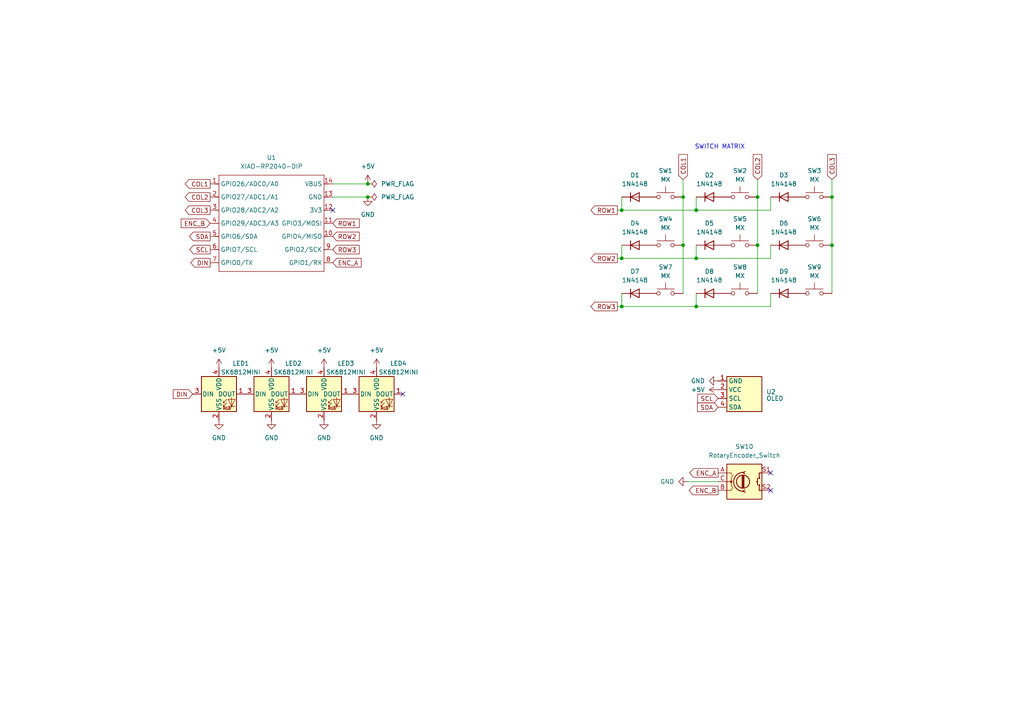
<source format=kicad_sch>
(kicad_sch (version 20250114) (generator "eeschema") (generator_version "9.0")
  (paper "A4")
  (title_block (title "Froskeys") (date "2025-06-22") (rev "1") (company "Frosetrain"))
  (lib_symbols
    (symbol "Device:RotaryEncoder_Switch" (pin_names (offset 0.254) (hide yes))
      (property "Reference" "SW" (at 0 6.604 0))
      (property "Value" "RotaryEncoder_Switch" (at 0 -6.604 0))
      (symbol "RotaryEncoder_Switch_0_1"
        (rectangle (start -5.08 5.08) (end 5.08 -5.08) (stroke (width 0.254)) (fill (type background)))
        (polyline (pts (xy -5.08 2.54) (xy -3.81 2.54) (xy -3.81 2.032)))
        (polyline (pts (xy -5.08 0) (xy -3.81 0) (xy -3.81 -1.016) (xy -3.302 -2.032)))
        (polyline (pts (xy -5.08 -2.54) (xy -3.81 -2.54) (xy -3.81 -2.032)))
        (polyline (pts (xy -4.318 0) (xy -3.81 0) (xy -3.81 1.016) (xy -3.302 2.032)))
        (circle (center -3.81 0) (radius 0.254) (fill (type outline)))
        (polyline (pts (xy -0.635 -1.778) (xy -0.635 1.778)) (stroke (width 0.254)))
        (circle (center -0.381 0) (radius 1.905) (stroke (width 0.254)))
        (polyline (pts (xy -0.381 -1.778) (xy -0.381 1.778)) (stroke (width 0.254)))
        (arc (start -0.381 -2.794) (mid -3.0988 -0.0635) (end -0.381 2.667) (stroke (width 0.254)))
        (polyline (pts (xy -0.127 1.778) (xy -0.127 -1.778)) (stroke (width 0.254)))
        (polyline (pts (xy 0.254 2.921) (xy -0.508 2.667) (xy 0.127 2.286)) (stroke (width 0.254)))
        (polyline (pts (xy 0.254 -3.048) (xy -0.508 -2.794) (xy 0.127 -2.413)) (stroke (width 0.254)))
        (polyline (pts (xy 3.81 1.016) (xy 3.81 -1.016)) (stroke (width 0.254)))
        (polyline (pts (xy 3.81 0) (xy 3.429 0)) (stroke (width 0.254)))
        (circle (center 4.318 1.016) (radius 0.127) (stroke (width 0.254)))
        (circle (center 4.318 -1.016) (radius 0.127) (stroke (width 0.254)))
        (polyline (pts (xy 5.08 2.54) (xy 4.318 2.54) (xy 4.318 1.016)) (stroke (width 0.254)))
        (polyline (pts (xy 5.08 -2.54) (xy 4.318 -2.54) (xy 4.318 -1.016)) (stroke (width 0.254)))
      )
      (symbol "RotaryEncoder_Switch_1_1"
        (pin passive line (at -7.62 2.54 0) (length 2.54) (name "A") (number "A"))
        (pin passive line (at -7.62 0 0) (length 2.54) (name "C") (number "C"))
        (pin passive line (at -7.62 -2.54 0) (length 2.54) (name "B") (number "B"))
        (pin passive line (at 7.62 2.54 180) (length 2.54) (name "S1") (number "S1"))
        (pin passive line (at 7.62 -2.54 180) (length 2.54) (name "S2") (number "S2"))
      )
    )
    (symbol "Diode:1N4148" (pin_numbers (hide yes)) (pin_names (hide yes))
      (property "Reference" "D" (at 0 2.54 0))
      (property "Value" "1N4148" (at 0 -2.54 0))
      (symbol "1N4148_0_1"
        (polyline (pts (xy -1.27 1.27) (xy -1.27 -1.27)) (stroke (width 0.254)))
        (polyline (pts (xy 1.27 1.27) (xy 1.27 -1.27) (xy -1.27 0) (xy 1.27 1.27)) (stroke (width 0.254)))
        (polyline (pts (xy 1.27 0) (xy -1.27 0)))
      )
      (symbol "1N4148_1_1"
        (pin passive line (at -3.81 0 0) (length 2.54) (name "K") (number "1"))
        (pin passive line (at 3.81 0 180) (length 2.54) (name "A") (number "2"))
      )
    )
    (symbol "LED:SK6812MINI" (pin_names (offset 0.254))
      (property "Reference" "D" (at 5.08 5.715 0))
      (property "Value" "SK6812MINI" (at 1.27 -5.715 0))
      (symbol "SK6812MINI_0_0"
        (text "RGB" (at 2.286 -4.191 0) (effects (font (size 0.762 0.762))))
      )
      (symbol "SK6812MINI_0_1"
        (polyline (pts (xy 1.27 -2.54) (xy 1.778 -2.54)))
        (polyline (pts (xy 1.27 -3.556) (xy 1.778 -3.556)))
        (polyline (pts (xy 2.286 -1.524) (xy 1.27 -2.54) (xy 1.27 -2.032)))
        (polyline (pts (xy 2.286 -2.54) (xy 1.27 -3.556) (xy 1.27 -3.048)))
        (polyline (pts (xy 3.683 -1.016) (xy 3.683 -3.556) (xy 3.683 -4.064)))
        (polyline (pts (xy 4.699 -1.524) (xy 2.667 -1.524) (xy 3.683 -3.556) (xy 4.699 -1.524)))
        (polyline (pts (xy 4.699 -3.556) (xy 2.667 -3.556)))
        (rectangle (start 5.08 5.08) (end -5.08 -5.08) (stroke (width 0.254)) (fill (type background)))
      )
      (symbol "SK6812MINI_1_1"
        (pin input line (at -7.62 0 0) (length 2.54) (name "DIN") (number "3"))
        (pin power_in line (at 0 7.62 270) (length 2.54) (name "VDD") (number "4"))
        (pin power_in line (at 0 -7.62 90) (length 2.54) (name "VSS") (number "2"))
        (pin output line (at 7.62 0 180) (length 2.54) (name "DOUT") (number "1"))
      )
    )
    (symbol "OLED:0.91{dblquote}_128x32_I2C_OLED_Display"
      (property "Reference" "U" (at 0 0 0))
      (symbol "0.91{dblquote}_128x32_I2C_OLED_Display_0_1"
        (rectangle (start -5.08 5.08) (end 5.08 -5.08) (stroke (width 0.254)) (fill (type background)))
      )
      (symbol "0.91{dblquote}_128x32_I2C_OLED_Display_1_1"
        (pin input line (at -7.62 3.81 0) (length 2.54) (name "GND") (number "1"))
        (pin input line (at -7.62 1.27 0) (length 2.54) (name "VCC") (number "2"))
        (pin input line (at -7.62 -1.27 0) (length 2.54) (name "SCL") (number "3"))
        (pin input line (at -7.62 -3.81 0) (length 2.54) (name "SDA") (number "4"))
      )
    )
    (symbol "OPL:XIAO-RP2040-DIP"
      (property "Reference" "U" (at 0 0 0))
      (property "Value" "XIAO-RP2040-DIP" (at 5.334 -1.778 0))
      (symbol "XIAO-RP2040-DIP_1_0"
        (polyline (pts (xy -1.27 -2.54) (xy 29.21 -2.54)) (stroke (width 0.1524)))
        (polyline (pts (xy -1.27 -5.08) (xy -2.54 -5.08)) (stroke (width 0.1524)))
        (polyline (pts (xy -1.27 -5.08) (xy -1.27 -2.54)) (stroke (width 0.1524)))
        (polyline (pts (xy -1.27 -8.89) (xy -2.54 -8.89)) (stroke (width 0.1524)))
        (polyline (pts (xy -1.27 -8.89) (xy -1.27 -5.08)) (stroke (width 0.1524)))
        (polyline (pts (xy -1.27 -12.7) (xy -2.54 -12.7)) (stroke (width 0.1524)))
        (polyline (pts (xy -1.27 -12.7) (xy -1.27 -8.89)) (stroke (width 0.1524)))
        (polyline (pts (xy -1.27 -16.51) (xy -2.54 -16.51)) (stroke (width 0.1524)))
        (polyline (pts (xy -1.27 -16.51) (xy -1.27 -12.7)) (stroke (width 0.1524)))
        (polyline (pts (xy -1.27 -20.32) (xy -2.54 -20.32)) (stroke (width 0.1524)))
        (polyline (pts (xy -1.27 -24.13) (xy -2.54 -24.13)) (stroke (width 0.1524)))
        (polyline (pts (xy -1.27 -27.94) (xy -2.54 -27.94)) (stroke (width 0.1524)))
        (polyline (pts (xy -1.27 -30.48) (xy -1.27 -16.51)) (stroke (width 0.1524)))
        (polyline (pts (xy 29.21 -2.54) (xy 29.21 -5.08)) (stroke (width 0.1524)))
        (polyline (pts (xy 29.21 -5.08) (xy 29.21 -8.89)) (stroke (width 0.1524)))
        (polyline (pts (xy 29.21 -8.89) (xy 29.21 -12.7)) (stroke (width 0.1524)))
        (polyline (pts (xy 29.21 -12.7) (xy 29.21 -30.48)) (stroke (width 0.1524)))
        (polyline (pts (xy 29.21 -30.48) (xy -1.27 -30.48)) (stroke (width 0.1524)))
        (polyline (pts (xy 30.48 -5.08) (xy 29.21 -5.08)) (stroke (width 0.1524)))
        (polyline (pts (xy 30.48 -8.89) (xy 29.21 -8.89)) (stroke (width 0.1524)))
        (polyline (pts (xy 30.48 -12.7) (xy 29.21 -12.7)) (stroke (width 0.1524)))
        (polyline (pts (xy 30.48 -16.51) (xy 29.21 -16.51)) (stroke (width 0.1524)))
        (polyline (pts (xy 30.48 -20.32) (xy 29.21 -20.32)) (stroke (width 0.1524)))
        (polyline (pts (xy 30.48 -24.13) (xy 29.21 -24.13)) (stroke (width 0.1524)))
        (polyline (pts (xy 30.48 -27.94) (xy 29.21 -27.94)) (stroke (width 0.1524)))
        (pin passive line (at -3.81 -5.08 0) (length 2.54) (name "GPIO26/ADC0/A0") (number "1"))
        (pin passive line (at -3.81 -8.89 0) (length 2.54) (name "GPIO27/ADC1/A1") (number "2"))
        (pin passive line (at -3.81 -12.7 0) (length 2.54) (name "GPIO28/ADC2/A2") (number "3"))
        (pin passive line (at -3.81 -16.51 0) (length 2.54) (name "GPIO29/ADC3/A3") (number "4"))
        (pin passive line (at -3.81 -20.32 0) (length 2.54) (name "GPIO6/SDA") (number "5"))
        (pin passive line (at -3.81 -24.13 0) (length 2.54) (name "GPIO7/SCL") (number "6"))
        (pin passive line (at -3.81 -27.94 0) (length 2.54) (name "GPIO0/TX") (number "7"))
        (pin passive line (at 31.75 -5.08 180) (length 2.54) (name "VBUS") (number "14"))
        (pin passive line (at 31.75 -8.89 180) (length 2.54) (name "GND") (number "13"))
        (pin passive line (at 31.75 -12.7 180) (length 2.54) (name "3V3") (number "12"))
        (pin passive line (at 31.75 -16.51 180) (length 2.54) (name "GPIO3/MOSI") (number "11"))
        (pin passive line (at 31.75 -20.32 180) (length 2.54) (name "GPIO4/MISO") (number "10"))
        (pin passive line (at 31.75 -24.13 180) (length 2.54) (name "GPIO2/SCK") (number "9"))
        (pin passive line (at 31.75 -27.94 180) (length 2.54) (name "GPIO1/RX") (number "8"))
      )
    )
    (symbol "Switch:SW_Push" (pin_numbers (hide yes)) (pin_names (offset 1.016) (hide yes))
      (property "Reference" "SW" (at 1.27 2.54 0))
      (property "Value" "SW_Push" (at 0 -1.524 0))
      (symbol "SW_Push_0_1"
        (circle (center -2.032 0) (radius 0.508))
        (polyline (pts (xy 0 1.27) (xy 0 3.048)))
        (circle (center 2.032 0) (radius 0.508))
        (polyline (pts (xy 2.54 1.27) (xy -2.54 1.27)))
        (pin passive line (at -5.08 0 0) (length 2.54) (name "1") (number "1"))
        (pin passive line (at 5.08 0 180) (length 2.54) (name "2") (number "2"))
      )
    )
    (symbol "power:+5V" (power) (pin_numbers (hide yes)) (pin_names (offset 0) (hide yes))
      (property "Value" "+5V" (at 0 3.556 0))
      (symbol "+5V_0_1"
        (polyline (pts (xy -0.762 1.27) (xy 0 2.54)))
        (polyline (pts (xy 0 2.54) (xy 0.762 1.27)))
        (polyline (pts (xy 0 0) (xy 0 2.54)))
      )
      (symbol "+5V_1_1"
        (pin power_in line (at 0 0 90) (length 0) (name "~") (number "1"))
      )
    )
    (symbol "power:GND" (power) (pin_numbers (hide yes)) (pin_names (offset 0) (hide yes))
      (property "Value" "GND" (at 0 -3.81 0))
      (symbol "GND_0_1"
        (polyline (pts (xy 0 0) (xy 0 -1.27) (xy 1.27 -1.27) (xy 0 -2.54) (xy -1.27 -1.27) (xy 0 -1.27)))
      )
      (symbol "GND_1_1"
        (pin power_in line (at 0 0 270) (length 0) (name "~") (number "1"))
      )
    )
    (symbol "power:PWR_FLAG" (power) (pin_numbers (hide yes)) (pin_names (offset 0) (hide yes))
      (property "Value" "PWR_FLAG" (at 0 3.81 0))
      (symbol "PWR_FLAG_0_0"
        (pin power_out line (at 0 0 90) (length 0) (name "~") (number "1"))
      )
      (symbol "PWR_FLAG_0_1"
        (polyline (pts (xy 0 0) (xy 0 1.27) (xy -1.016 1.905) (xy 0 2.54) (xy 1.016 1.905) (xy 0 1.27)))
      )
    )
  )
  (text "SWITCH MATRIX" (at 208.788 42.672 0) (effects (font (size 1.27 1.27))))
  (junction (at 180.34 74.93))
  (junction (at 106.68 53.34))
  (junction (at 201.93 60.96))
  (junction (at 219.71 71.12))
  (junction (at 219.71 57.15))
  (junction (at 198.12 71.12))
  (junction (at 241.3 57.15))
  (junction (at 201.93 88.9))
  (junction (at 201.93 74.93))
  (junction (at 106.68 57.15))
  (junction (at 241.3 71.12))
  (junction (at 180.34 60.96))
  (junction (at 180.34 88.9))
  (junction (at 198.12 57.15))
  (no_connect (at 223.52 137.16))
  (no_connect (at 116.84 114.3))
  (no_connect (at 223.52 142.24))
  (no_connect (at 96.52 60.96))
  (wire (pts (xy 223.52 74.93) (xy 201.93 74.93)))
  (wire (pts (xy 223.52 88.9) (xy 201.93 88.9)))
  (wire (pts (xy 198.12 52.07) (xy 198.12 57.15)))
  (wire (pts (xy 201.93 60.96) (xy 180.34 60.96)))
  (wire (pts (xy 223.52 60.96) (xy 201.93 60.96)))
  (wire (pts (xy 241.3 57.15) (xy 241.3 52.07)))
  (wire (pts (xy 106.68 53.34) (xy 96.52 53.34)))
  (wire (pts (xy 223.52 71.12) (xy 223.52 74.93)))
  (wire (pts (xy 223.52 85.09) (xy 223.52 88.9)))
  (wire (pts (xy 201.93 88.9) (xy 180.34 88.9)))
  (wire (pts (xy 201.93 74.93) (xy 180.34 74.93)))
  (wire (pts (xy 179.07 60.96) (xy 180.34 60.96)))
  (wire (pts (xy 223.52 57.15) (xy 223.52 60.96)))
  (wire (pts (xy 219.71 71.12) (xy 219.71 57.15)))
  (wire (pts (xy 201.93 85.09) (xy 201.93 88.9)))
  (wire (pts (xy 179.07 88.9) (xy 180.34 88.9)))
  (wire (pts (xy 180.34 85.09) (xy 180.34 88.9)))
  (wire (pts (xy 219.71 85.09) (xy 219.71 71.12)))
  (wire (pts (xy 180.34 71.12) (xy 180.34 74.93)))
  (wire (pts (xy 198.12 71.12) (xy 198.12 57.15)))
  (wire (pts (xy 241.3 85.09) (xy 241.3 71.12)))
  (wire (pts (xy 179.07 74.93) (xy 180.34 74.93)))
  (wire (pts (xy 219.71 52.07) (xy 219.71 57.15)))
  (wire (pts (xy 199.39 139.7) (xy 208.28 139.7)))
  (wire (pts (xy 106.68 57.15) (xy 96.52 57.15)))
  (wire (pts (xy 201.93 57.15) (xy 201.93 60.96)))
  (wire (pts (xy 180.34 57.15) (xy 180.34 60.96)))
  (wire (pts (xy 241.3 71.12) (xy 241.3 57.15)))
  (wire (pts (xy 201.93 71.12) (xy 201.93 74.93)))
  (wire (pts (xy 198.12 85.09) (xy 198.12 71.12)))
  (global_label "ROW3" (shape output) (at 179.07 88.9 180) (property "Intersheetrefs" "${INTERSHEET_REFS}" (effects (hide yes))))
  (global_label "ENC_A" (shape input) (at 96.52 76.2 0) (property "Intersheetrefs" "${INTERSHEET_REFS}" (effects (hide yes))))
  (global_label "SCL" (shape output) (at 60.96 72.39 180) (property "Intersheetrefs" "${INTERSHEET_REFS}" (effects (hide yes))))
  (global_label "ENC_B" (shape output) (at 208.28 142.24 180) (property "Intersheetrefs" "${INTERSHEET_REFS}" (effects (hide yes))))
  (global_label "ROW2" (shape output) (at 179.07 74.93 180) (property "Intersheetrefs" "${INTERSHEET_REFS}" (effects (hide yes))))
  (global_label "ROW3" (shape input) (at 96.52 72.39 0) (property "Intersheetrefs" "${INTERSHEET_REFS}" (effects (hide yes))))
  (global_label "SDA" (shape output) (at 60.96 68.58 180) (property "Intersheetrefs" "${INTERSHEET_REFS}" (effects (hide yes))))
  (global_label "DIN" (shape output) (at 60.96 76.2 180) (property "Intersheetrefs" "${INTERSHEET_REFS}" (effects (hide yes))))
  (global_label "SDA" (shape input) (at 208.28 118.11 180) (property "Intersheetrefs" "${INTERSHEET_REFS}" (effects (hide yes))))
  (global_label "COL1" (shape input) (at 198.12 52.07 90) (property "Intersheetrefs" "${INTERSHEET_REFS}" (effects (hide yes))))
  (global_label "COL3" (shape input) (at 241.3 52.07 90) (property "Intersheetrefs" "${INTERSHEET_REFS}" (effects (hide yes))))
  (global_label "COL3" (shape output) (at 60.96 60.96 180) (property "Intersheetrefs" "${INTERSHEET_REFS}" (effects (hide yes))))
  (global_label "COL2" (shape input) (at 219.71 52.07 90) (property "Intersheetrefs" "${INTERSHEET_REFS}" (effects (hide yes))))
  (global_label "ENC_A" (shape output) (at 208.28 137.16 180) (property "Intersheetrefs" "${INTERSHEET_REFS}" (effects (hide yes))))
  (global_label "DIN" (shape input) (at 55.88 114.3 180) (property "Intersheetrefs" "${INTERSHEET_REFS}" (effects (hide yes))))
  (global_label "SCL" (shape input) (at 208.28 115.57 180) (property "Intersheetrefs" "${INTERSHEET_REFS}" (effects (hide yes))))
  (global_label "ROW1" (shape input) (at 96.52 64.77 0) (property "Intersheetrefs" "${INTERSHEET_REFS}" (effects (hide yes))))
  (global_label "ROW1" (shape output) (at 179.07 60.96 180) (property "Intersheetrefs" "${INTERSHEET_REFS}" (effects (hide yes))))
  (global_label "ROW2" (shape input) (at 96.52 68.58 0) (property "Intersheetrefs" "${INTERSHEET_REFS}" (effects (hide yes))))
  (global_label "ENC_B" (shape input) (at 60.96 64.77 180) (property "Intersheetrefs" "${INTERSHEET_REFS}" (effects (hide yes))))
  (global_label "COL2" (shape output) (at 60.96 57.15 180) (property "Intersheetrefs" "${INTERSHEET_REFS}" (effects (hide yes))))
  (global_label "COL1" (shape output) (at 60.96 53.34 180) (property "Intersheetrefs" "${INTERSHEET_REFS}" (effects (hide yes))))
  (symbol (lib_id "power:GND") (at 208.28 110.49 270) (unit 1)
    (property "Reference" "#PWR03" (effects (hide yes)))
    (property "Value" "GND" (at 204.47 110.4899 90) (effects (justify right)))
    (property "Description" "Power symbol creates a global label with name \"GND\" , ground" (effects (hide yes)))
  )
  (symbol (lib_id "power:GND") (at 78.74 121.92 0) (unit 1)
    (property "Reference" "#PWR012" (effects (hide yes)))
    (property "Value" "GND" (at 78.74 127 0))
    (property "Description" "Power symbol creates a global label with name \"GND\" , ground" (effects (hide yes)))
  )
  (symbol (lib_id "LED:SK6812MINI") (at 93.98 114.3 0) (unit 1)
    (property "Reference" "LED3" (at 100.33 105.41 0))
    (property "Value" "SK6812MINI" (at 100.33 107.95 0))
    (property "Footprint" "LED_SMD:LED_SK6812MINI_PLCC4_3.5x3.5mm_P1.75mm" (effects (hide yes)))
    (property "Datasheet" "https://cdn-shop.adafruit.com/product-files/2686/SK6812MINI_REV.01-1-2.pdf" (effects (hide yes)))
    (property "Description" "RGB LED with integrated controller" (effects (hide yes)))
  )
  (symbol (lib_id "Diode:1N4148") (at 184.15 57.15 0) (unit 1)
    (property "Reference" "D1" (at 184.15 50.8 0))
    (property "Value" "1N4148" (at 184.15 53.34 0))
    (property "Footprint" "Diode_THT:D_DO-35_SOD27_P7.62mm_Horizontal" (effects (hide yes)))
    (property "Datasheet" "https://assets.nexperia.com/documents/data-sheet/1N4148_1N4448.pdf" (effects (hide yes)))
    (property "Description" "100V 0.15A standard switching diode, DO-35" (effects (hide yes)))
    (property "Sim.Device" "D" (effects (hide yes)))
    (property "Sim.Pins" "1=K 2=A" (effects (hide yes)))
  )
  (symbol (lib_id "power:+5V") (at 93.98 106.68 0) (unit 1)
    (property "Reference" "#PWR07" (effects (hide yes)))
    (property "Value" "+5V" (at 93.98 101.6 0))
    (property "Description" "Power symbol creates a global label with name \"+5V\"" (effects (hide yes)))
  )
  (symbol (lib_id "Diode:1N4148") (at 205.74 57.15 0) (unit 1)
    (property "Reference" "D2" (at 205.74 50.8 0))
    (property "Value" "1N4148" (at 205.74 53.34 0))
    (property "Footprint" "Diode_THT:D_DO-35_SOD27_P7.62mm_Horizontal" (effects (hide yes)))
    (property "Datasheet" "https://assets.nexperia.com/documents/data-sheet/1N4148_1N4448.pdf" (effects (hide yes)))
    (property "Description" "100V 0.15A standard switching diode, DO-35" (effects (hide yes)))
    (property "Sim.Device" "D" (effects (hide yes)))
    (property "Sim.Pins" "1=K 2=A" (effects (hide yes)))
  )
  (symbol (lib_id "Switch:SW_Push") (at 214.63 57.15 0) (unit 1)
    (property "Reference" "SW2" (at 214.63 49.53 0))
    (property "Value" "MX" (at 214.63 52.07 0))
    (property "Footprint" "MX:MX-Solderable-1U" (effects (hide yes)))
    (property "Description" "Push button switch, generic, two pins" (effects (hide yes)))
  )
  (symbol (lib_id "Diode:1N4148") (at 227.33 71.12 0) (unit 1)
    (property "Reference" "D6" (at 227.33 64.77 0))
    (property "Value" "1N4148" (at 227.33 67.31 0))
    (property "Footprint" "Diode_THT:D_DO-35_SOD27_P7.62mm_Horizontal" (effects (hide yes)))
    (property "Datasheet" "https://assets.nexperia.com/documents/data-sheet/1N4148_1N4448.pdf" (effects (hide yes)))
    (property "Description" "100V 0.15A standard switching diode, DO-35" (effects (hide yes)))
    (property "Sim.Device" "D" (effects (hide yes)))
    (property "Sim.Pins" "1=K 2=A" (effects (hide yes)))
  )
  (symbol (lib_id "Switch:SW_Push") (at 236.22 57.15 0) (unit 1)
    (property "Reference" "SW3" (at 236.22 49.53 0))
    (property "Value" "MX" (at 236.22 52.07 0))
    (property "Footprint" "MX:MX-Solderable-1U" (effects (hide yes)))
    (property "Description" "Push button switch, generic, two pins" (effects (hide yes)))
  )
  (symbol (lib_id "power:PWR_FLAG") (at 106.68 57.15 270) (unit 1)
    (property "Reference" "#FLG02" (effects (hide yes)))
    (property "Value" "PWR_FLAG" (at 110.49 57.1499 90) (effects (justify left)))
    (property "Description" "Special symbol for telling ERC where power comes from" (effects (hide yes)))
  )
  (symbol (lib_id "power:+5V") (at 106.68 53.34 0) (unit 1)
    (property "Reference" "#PWR01" (effects (hide yes)))
    (property "Value" "+5V" (at 106.68 48.26 0))
    (property "Description" "Power symbol creates a global label with name \"+5V\"" (effects (hide yes)))
  )
  (symbol (lib_id "Switch:SW_Push") (at 236.22 85.09 0) (unit 1)
    (property "Reference" "SW9" (at 236.22 77.47 0))
    (property "Value" "MX" (at 236.22 80.01 0))
    (property "Footprint" "MX:MX-Solderable-1U" (effects (hide yes)))
    (property "Description" "Push button switch, generic, two pins" (effects (hide yes)))
  )
  (symbol (lib_id "Diode:1N4148") (at 227.33 85.09 0) (unit 1)
    (property "Reference" "D9" (at 227.33 78.74 0))
    (property "Value" "1N4148" (at 227.33 81.28 0))
    (property "Footprint" "Diode_THT:D_DO-35_SOD27_P7.62mm_Horizontal" (effects (hide yes)))
    (property "Datasheet" "https://assets.nexperia.com/documents/data-sheet/1N4148_1N4448.pdf" (effects (hide yes)))
    (property "Description" "100V 0.15A standard switching diode, DO-35" (effects (hide yes)))
    (property "Sim.Device" "D" (effects (hide yes)))
    (property "Sim.Pins" "1=K 2=A" (effects (hide yes)))
  )
  (symbol (lib_id "Diode:1N4148") (at 205.74 85.09 0) (unit 1)
    (property "Reference" "D8" (at 205.74 78.74 0))
    (property "Value" "1N4148" (at 205.74 81.28 0))
    (property "Footprint" "Diode_THT:D_DO-35_SOD27_P7.62mm_Horizontal" (effects (hide yes)))
    (property "Datasheet" "https://assets.nexperia.com/documents/data-sheet/1N4148_1N4448.pdf" (effects (hide yes)))
    (property "Description" "100V 0.15A standard switching diode, DO-35" (effects (hide yes)))
    (property "Sim.Device" "D" (effects (hide yes)))
    (property "Sim.Pins" "1=K 2=A" (effects (hide yes)))
  )
  (symbol (lib_id "Device:RotaryEncoder_Switch") (at 215.9 139.7 0) (unit 1)
    (property "Reference" "SW10" (at 215.9 129.54 0))
    (property "Value" "RotaryEncoder_Switch" (at 215.9 132.08 0))
    (property "Footprint" "Rotary_Encoder:RotaryEncoder_Alps_EC11E-Switch_Vertical_H20mm" (effects (hide yes)))
    (property "Description" "Rotary encoder, dual channel, incremental quadrate outputs, with switch" (effects (hide yes)))
  )
  (symbol (lib_id "Diode:1N4148") (at 227.33 57.15 0) (unit 1)
    (property "Reference" "D3" (at 227.33 50.8 0))
    (property "Value" "1N4148" (at 227.33 53.34 0))
    (property "Footprint" "Diode_THT:D_DO-35_SOD27_P7.62mm_Horizontal" (effects (hide yes)))
    (property "Datasheet" "https://assets.nexperia.com/documents/data-sheet/1N4148_1N4448.pdf" (effects (hide yes)))
    (property "Description" "100V 0.15A standard switching diode, DO-35" (effects (hide yes)))
    (property "Sim.Device" "D" (effects (hide yes)))
    (property "Sim.Pins" "1=K 2=A" (effects (hide yes)))
  )
  (symbol (lib_id "Switch:SW_Push") (at 214.63 85.09 0) (unit 1)
    (property "Reference" "SW8" (at 214.63 77.47 0))
    (property "Value" "MX" (at 214.63 80.01 0))
    (property "Footprint" "MX:MX-Solderable-1U" (effects (hide yes)))
    (property "Description" "Push button switch, generic, two pins" (effects (hide yes)))
  )
  (symbol (lib_id "Switch:SW_Push") (at 193.04 85.09 0) (unit 1)
    (property "Reference" "SW7" (at 193.04 77.47 0))
    (property "Value" "MX" (at 193.04 80.01 0))
    (property "Footprint" "MX:MX-Solderable-1U" (effects (hide yes)))
    (property "Description" "Push button switch, generic, two pins" (effects (hide yes)))
  )
  (symbol (lib_id "power:+5V") (at 208.28 113.03 90) (unit 1)
    (property "Reference" "#PWR04" (effects (hide yes)))
    (property "Value" "+5V" (at 204.47 113.0299 90) (effects (justify left)))
    (property "Description" "Power symbol creates a global label with name \"+5V\"" (effects (hide yes)))
  )
  (symbol (lib_id "Switch:SW_Push") (at 214.63 71.12 0) (unit 1)
    (property "Reference" "SW5" (at 214.63 63.5 0))
    (property "Value" "MX" (at 214.63 66.04 0))
    (property "Footprint" "MX:MX-Solderable-1U" (effects (hide yes)))
    (property "Description" "Push button switch, generic, two pins" (effects (hide yes)))
  )
  (symbol (lib_id "Diode:1N4148") (at 184.15 85.09 0) (unit 1)
    (property "Reference" "D7" (at 184.15 78.74 0))
    (property "Value" "1N4148" (at 184.15 81.28 0))
    (property "Footprint" "Diode_THT:D_DO-35_SOD27_P7.62mm_Horizontal" (effects (hide yes)))
    (property "Datasheet" "https://assets.nexperia.com/documents/data-sheet/1N4148_1N4448.pdf" (effects (hide yes)))
    (property "Description" "100V 0.15A standard switching diode, DO-35" (effects (hide yes)))
    (property "Sim.Device" "D" (effects (hide yes)))
    (property "Sim.Pins" "1=K 2=A" (effects (hide yes)))
  )
  (symbol (lib_id "LED:SK6812MINI") (at 63.5 114.3 0) (unit 1)
    (property "Reference" "LED1" (at 69.85 105.41 0))
    (property "Value" "SK6812MINI" (at 69.85 107.95 0))
    (property "Footprint" "LED_SMD:LED_SK6812MINI_PLCC4_3.5x3.5mm_P1.75mm" (effects (hide yes)))
    (property "Datasheet" "https://cdn-shop.adafruit.com/product-files/2686/SK6812MINI_REV.01-1-2.pdf" (effects (hide yes)))
    (property "Description" "RGB LED with integrated controller" (effects (hide yes)))
  )
  (symbol (lib_id "power:GND") (at 199.39 139.7 270) (unit 1)
    (property "Reference" "#PWR029" (effects (hide yes)))
    (property "Value" "GND" (at 195.58 139.6999 90) (effects (justify right)))
    (property "Description" "Power symbol creates a global label with name \"GND\" , ground" (effects (hide yes)))
  )
  (symbol (lib_id "LED:SK6812MINI") (at 109.22 114.3 0) (unit 1)
    (property "Reference" "LED4" (at 115.57 105.41 0))
    (property "Value" "SK6812MINI" (at 115.57 107.95 0))
    (property "Footprint" "LED_SMD:LED_SK6812MINI_PLCC4_3.5x3.5mm_P1.75mm" (effects (hide yes)))
    (property "Datasheet" "https://cdn-shop.adafruit.com/product-files/2686/SK6812MINI_REV.01-1-2.pdf" (effects (hide yes)))
    (property "Description" "RGB LED with integrated controller" (effects (hide yes)))
  )
  (symbol (lib_id "OLED:0.91{dblquote}_128x32_I2C_OLED_Display") (at 215.9 114.3 0) (unit 1)
    (property "Reference" "U2" (at 222.25 113.6649 0) (effects (justify left)))
    (property "Value" "OLED" (at 222.25 115.57 0) (effects (justify left)))
    (property "Footprint" "OLED:SSD1306-0.91-OLED-4pin-128x32" (effects (hide yes)))
  )
  (symbol (lib_id "power:+5V") (at 63.5 106.68 0) (unit 1)
    (property "Reference" "#PWR05" (effects (hide yes)))
    (property "Value" "+5V" (at 63.5 101.6 0))
    (property "Description" "Power symbol creates a global label with name \"+5V\"" (effects (hide yes)))
  )
  (symbol (lib_id "LED:SK6812MINI") (at 78.74 114.3 0) (unit 1)
    (property "Reference" "LED2" (at 85.09 105.41 0))
    (property "Value" "SK6812MINI" (at 85.09 107.95 0))
    (property "Footprint" "LED_SMD:LED_SK6812MINI_PLCC4_3.5x3.5mm_P1.75mm" (effects (hide yes)))
    (property "Datasheet" "https://cdn-shop.adafruit.com/product-files/2686/SK6812MINI_REV.01-1-2.pdf" (effects (hide yes)))
    (property "Description" "RGB LED with integrated controller" (effects (hide yes)))
  )
  (symbol (lib_id "Switch:SW_Push") (at 193.04 71.12 0) (unit 1)
    (property "Reference" "SW4" (at 193.04 63.5 0))
    (property "Value" "MX" (at 193.04 66.04 0))
    (property "Footprint" "MX:MX-Solderable-1U" (effects (hide yes)))
    (property "Description" "Push button switch, generic, two pins" (effects (hide yes)))
  )
  (symbol (lib_id "OPL:XIAO-RP2040-DIP") (at 64.77 48.26 0) (unit 1)
    (property "Reference" "U1" (at 78.74 45.72 0))
    (property "Value" "XIAO-RP2040-DIP" (at 78.74 48.26 0))
    (property "Footprint" "OPL:XIAO-RP2040-DIP" (effects (hide yes)))
  )
  (symbol (lib_id "Switch:SW_Push") (at 236.22 71.12 0) (unit 1)
    (property "Reference" "SW6" (at 236.22 63.5 0))
    (property "Value" "MX" (at 236.22 66.04 0))
    (property "Footprint" "MX:MX-Solderable-1U" (effects (hide yes)))
    (property "Description" "Push button switch, generic, two pins" (effects (hide yes)))
  )
  (symbol (lib_id "power:PWR_FLAG") (at 106.68 53.34 270) (unit 1)
    (property "Reference" "#FLG01" (effects (hide yes)))
    (property "Value" "PWR_FLAG" (at 110.49 53.3399 90) (effects (justify left)))
    (property "Description" "Special symbol for telling ERC where power comes from" (effects (hide yes)))
  )
  (symbol (lib_id "power:GND") (at 109.22 121.92 0) (unit 1)
    (property "Reference" "#PWR014" (effects (hide yes)))
    (property "Value" "GND" (at 109.22 127 0))
    (property "Description" "Power symbol creates a global label with name \"GND\" , ground" (effects (hide yes)))
  )
  (symbol (lib_id "power:GND") (at 106.68 57.15 0) (unit 1)
    (property "Reference" "#PWR02" (effects (hide yes)))
    (property "Value" "GND" (at 106.68 62.23 0))
    (property "Description" "Power symbol creates a global label with name \"GND\" , ground" (effects (hide yes)))
  )
  (symbol (lib_id "Diode:1N4148") (at 184.15 71.12 0) (unit 1)
    (property "Reference" "D4" (at 184.15 64.77 0))
    (property "Value" "1N4148" (at 184.15 67.31 0))
    (property "Footprint" "Diode_THT:D_DO-35_SOD27_P7.62mm_Horizontal" (effects (hide yes)))
    (property "Datasheet" "https://assets.nexperia.com/documents/data-sheet/1N4148_1N4448.pdf" (effects (hide yes)))
    (property "Description" "100V 0.15A standard switching diode, DO-35" (effects (hide yes)))
    (property "Sim.Device" "D" (effects (hide yes)))
    (property "Sim.Pins" "1=K 2=A" (effects (hide yes)))
  )
  (symbol (lib_id "power:GND") (at 93.98 121.92 0) (unit 1)
    (property "Reference" "#PWR013" (effects (hide yes)))
    (property "Value" "GND" (at 93.98 127 0))
    (property "Description" "Power symbol creates a global label with name \"GND\" , ground" (effects (hide yes)))
  )
  (symbol (lib_id "power:+5V") (at 109.22 106.68 0) (unit 1)
    (property "Reference" "#PWR08" (effects (hide yes)))
    (property "Value" "+5V" (at 109.22 101.6 0))
    (property "Description" "Power symbol creates a global label with name \"+5V\"" (effects (hide yes)))
  )
  (symbol (lib_id "power:+5V") (at 78.74 106.68 0) (unit 1)
    (property "Reference" "#PWR06" (effects (hide yes)))
    (property "Value" "+5V" (at 78.74 101.6 0))
    (property "Description" "Power symbol creates a global label with name \"+5V\"" (effects (hide yes)))
  )
  (symbol (lib_id "Diode:1N4148") (at 205.74 71.12 0) (unit 1)
    (property "Reference" "D5" (at 205.74 64.77 0))
    (property "Value" "1N4148" (at 205.74 67.31 0))
    (property "Footprint" "Diode_THT:D_DO-35_SOD27_P7.62mm_Horizontal" (effects (hide yes)))
    (property "Datasheet" "https://assets.nexperia.com/documents/data-sheet/1N4148_1N4448.pdf" (effects (hide yes)))
    (property "Description" "100V 0.15A standard switching diode, DO-35" (effects (hide yes)))
    (property "Sim.Device" "D" (effects (hide yes)))
    (property "Sim.Pins" "1=K 2=A" (effects (hide yes)))
  )
  (symbol (lib_id "Switch:SW_Push") (at 193.04 57.15 0) (unit 1)
    (property "Reference" "SW1" (at 193.04 49.53 0))
    (property "Value" "MX" (at 193.04 52.07 0))
    (property "Footprint" "MX:MX-Solderable-1U" (effects (hide yes)))
    (property "Description" "Push button switch, generic, two pins" (effects (hide yes)))
  )
  (symbol (lib_id "power:GND") (at 63.5 121.92 0) (unit 1)
    (property "Reference" "#PWR011" (effects (hide yes)))
    (property "Value" "GND" (at 63.5 127 0))
    (property "Description" "Power symbol creates a global label with name \"GND\" , ground" (effects (hide yes)))
  )
)
</source>
